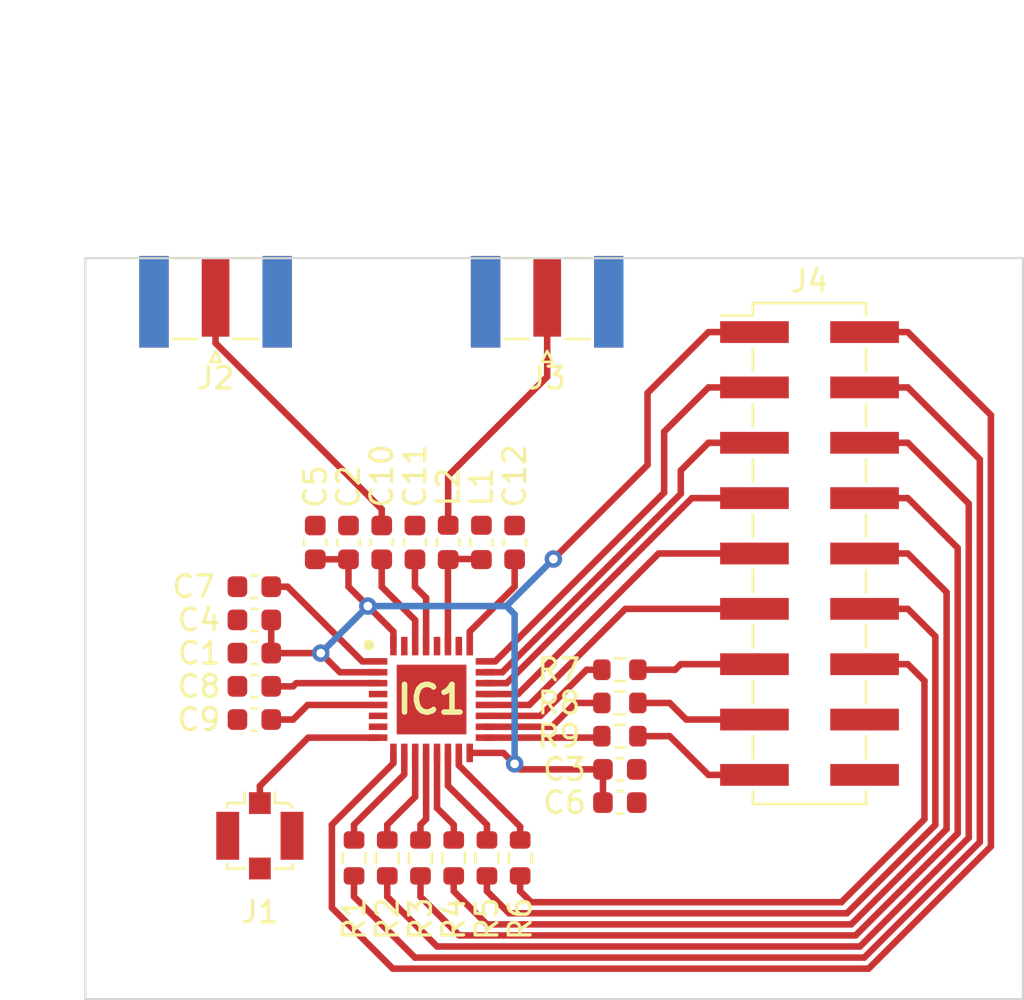
<source format=kicad_pcb>
(kicad_pcb (version 20221018) (generator pcbnew)
  (layers (0 "F.Cu" signal) (31 "B.Cu" signal) (34 "B.Paste" user) (35 "F.Paste" user) (36 "B.SilkS" user "B.Silkscreen") (37 "F.SilkS" user "F.Silkscreen") (38 "B.Mask" user) (39 "F.Mask" user) (44 "Edge.Cuts" user))
  (net 0 "")
  (net 1 "+3V3")
  (net 2 "GND")
  (net 3 "Net-(IC1-VR_PA)")
  (net 4 "Net-(IC1-VR_ANAI)")
  (net 5 "Net-(IC1-VR_DIG)")
  (net 7 "Net-(IC1-RFO_P)")
  (net 8 "Net-(J2-In)")
  (net 9 "Net-(IC1-RFO_N)")
  (net 10 "Net-(IC1-VR_ANA2)")
  (net 11 "EXT_CLK")
  (net 12 "RST")
  (net 13 "Net-(IC1-CK_OUT)")
  (net 14 "Net-(IC1-CK_IN)")
  (net 15 "Net-(IC1-Q_IN)")
  (net 16 "Net-(IC1-I_IN)")
  (net 17 "Net-(IC1-Q_OUT)")
  (net 18 "Net-(IC1-I_OUT)")
  (net 19 "Net-(IC1-SCK)")
  (net 20 "Net-(IC1-MISO)")
  (net 21 "Net-(IC1-MOSI)")
  (net 22 "~{CS}")
  (net 23 "DIO0")
  (net 24 "DIO1")
  (net 25 "DIO2")
  (net 26 "DIO3")
  (net 27 "Net-(IC1-RFI)")
  (net 28 "Net-(J3-In)")
  (net 29 "CK_OUT")
  (net 30 "CK_IN")
  (net 31 "Q_IN")
  (net 32 "I_IN")
  (net 33 "Q_OUT")
  (net 34 "MOSI")
  (net 35 "I_OUT")
  (net 36 "MISO")
  (net 37 "SCK")
  (footprint "Inductor_SMD:L_0603_1608Metric" (layer "F.Cu") (at 151.638 82.042 -90)
    (fp_text reference "L2" (at -2.54 0 90) (layer "F.SilkS"))
    (fp_text value "39n")
    (fp_line (start -0.162779 -0.51) (end 0.162779 -0.51) (stroke (width 0.12)) (layer "F.SilkS"))
    (fp_line (start -0.162779 0.51) (end 0.162779 0.51) (stroke (width 0.12)) (layer "F.SilkS"))
    (pad "1" smd roundrect (at -0.7875 0 270) (size 0.875 0.95) (layers "F.Cu" "F.Paste" "F.Mask") (net 28 "Net-(J3-In)"))
    (pad "2" smd roundrect (at 0.7875 0 270) (size 0.875 0.95) (layers "F.Cu" "F.Paste" "F.Mask") (net 27 "Net-(IC1-RFI)"))
  )
  (footprint "Resistor_SMD:R_0603_1608Metric" (layer "F.Cu") (at 159.512 90.932 180)
    (fp_text reference "R9" (at 2.794 0) (layer "F.SilkS"))
    (fp_text value "100R")
    (fp_line (start -0.237258 -0.5225) (end 0.237258 -0.5225) (stroke (width 0.12)) (layer "F.SilkS"))
    (fp_line (start -0.237258 0.5225) (end 0.237258 0.5225) (stroke (width 0.12)) (layer "F.SilkS"))
    (pad "1" smd roundrect (at -0.825 0 180) (size 0.8 0.95) (layers "F.Cu" "F.Paste" "F.Mask") (net 37 "SCK"))
    (pad "2" smd roundrect (at 0.825 0 180) (size 0.8 0.95) (layers "F.Cu" "F.Paste" "F.Mask") (net 19 "Net-(IC1-SCK)"))
  )
  (footprint "Inductor_SMD:L_0603_1608Metric" (layer "F.Cu") (at 153.162 82.042 -90)
    (fp_text reference "L1" (at -2.54 0 90) (layer "F.SilkS"))
    (fp_text value "82n")
    (fp_line (start -0.162779 -0.51) (end 0.162779 -0.51) (stroke (width 0.12)) (layer "F.SilkS"))
    (fp_line (start -0.162779 0.51) (end 0.162779 0.51) (stroke (width 0.12)) (layer "F.SilkS"))
    (pad "1" smd roundrect (at -0.7875 0 270) (size 0.875 0.95) (layers "F.Cu" "F.Paste" "F.Mask") (net 2 "GND"))
    (pad "2" smd roundrect (at 0.7875 0 270) (size 0.875 0.95) (layers "F.Cu" "F.Paste" "F.Mask") (net 27 "Net-(IC1-RFI)"))
  )
  (footprint "Connector_Coaxial:U.FL_Molex_MCRF_73412-0110_Vertical" (layer "F.Cu") (at 143.002 95.504 180)
    (fp_text reference "J1" (at 0.002 -3.496 180) (layer "F.SilkS"))
    (fp_text value "EXT_CLK_IN")
    (fp_line (start -1.5 -1.5) (end -0.7 -1.5) (stroke (width 0.12)) (layer "F.SilkS"))
    (fp_line (start -1.5 -1.3) (end -1.5 -1.5) (stroke (width 0.12)) (layer "F.SilkS"))
    (fp_line (start -1.3 1.5) (end -1.5 1.3) (stroke (width 0.12)) (layer "F.SilkS"))
    (fp_line (start -0.7 1.5) (end -1.3 1.5) (stroke (width 0.12)) (layer "F.SilkS"))
    (fp_line (start -0.7 1.5) (end -0.7 2) (stroke (width 0.12)) (layer "F.SilkS"))
    (fp_line (start 0.7 -1.5) (end 1.5 -1.5) (stroke (width 0.12)) (layer "F.SilkS"))
    (fp_line (start 0.7 1.5) (end 0.7 2) (stroke (width 0.12)) (layer "F.SilkS"))
    (fp_line (start 1.5 -1.5) (end 1.5 -1.3) (stroke (width 0.12)) (layer "F.SilkS"))
    (fp_line (start 1.5 1.3) (end 1.5 1.5) (stroke (width 0.12)) (layer "F.SilkS"))
    (fp_line (start 1.5 1.5) (end 0.7 1.5) (stroke (width 0.12)) (layer "F.SilkS"))
    (pad "1" smd rect (at 0 1.5 180) (size 1 1) (layers "F.Cu" "F.Paste" "F.Mask") (net 11 "EXT_CLK"))
    (pad "2" smd rect (at -1.475 0 180) (size 1.05 2.2) (layers "F.Cu" "F.Paste" "F.Mask") (net 2 "GND"))
    (pad "2" smd rect (at 0 -1.5 180) (size 1 1) (layers "F.Cu" "F.Paste" "F.Mask") (net 2 "GND"))
    (pad "2" smd rect (at 1.475 0 180) (size 1.05 2.2) (layers "F.Cu" "F.Paste" "F.Mask") (net 2 "GND"))
  )
  (footprint "Capacitor_SMD:C_0603_1608Metric" (layer "F.Cu") (at 142.748 84.074 180)
    (fp_text reference "C7" (at 2.781 0) (layer "F.SilkS"))
    (fp_text value "100n")
    (fp_line (start -0.14058 -0.51) (end 0.14058 -0.51) (stroke (width 0.12)) (layer "F.SilkS"))
    (fp_line (start -0.14058 0.51) (end 0.14058 0.51) (stroke (width 0.12)) (layer "F.SilkS"))
    (pad "1" smd roundrect (at -0.775 0 180) (size 0.9 0.95) (layers "F.Cu" "F.Paste" "F.Mask") (net 3 "Net-(IC1-VR_PA)"))
    (pad "2" smd roundrect (at 0.775 0 180) (size 0.9 0.95) (layers "F.Cu" "F.Paste" "F.Mask") (net 2 "GND"))
  )
  (footprint "Connector_Coaxial:SMA_Samtec_SMA-J-P-X-ST-EM1_EdgeMount" (layer "F.Cu") (at 156.179 71 180)
    (fp_text reference "J3" (at 0 -3.5) (layer "F.SilkS"))
    (fp_text value "RX_SMA")
    (fp_line (start -1.95 -1.71) (end -0.84 -1.71) (stroke (width 0.12)) (layer "F.SilkS"))
    (fp_line (start -1.95 2) (end -0.84 2) (stroke (width 0.12)) (layer "F.SilkS"))
    (fp_line (start -0.25 -2.76) (end 0 -2.26) (stroke (width 0.12)) (layer "F.SilkS"))
    (fp_line (start 0 -2.26) (end 0.25 -2.76) (stroke (width 0.12)) (layer "F.SilkS"))
    (fp_line (start 0.25 -2.76) (end -0.25 -2.76) (stroke (width 0.12)) (layer "F.SilkS"))
    (fp_line (start 0.84 -1.71) (end 1.95 -1.71) (stroke (width 0.12)) (layer "F.SilkS"))
    (fp_line (start 0.84 2) (end 1.95 2) (stroke (width 0.12)) (layer "F.SilkS"))
    (pad "1" smd rect (at 0 0.2 180) (size 1.27 3.6) (layers "F.Cu" "F.Paste" "F.Mask") (net 28 "Net-(J3-In)"))
    (pad "2" smd rect (at -2.825 0 180) (size 1.35 4.2) (layers "F.Cu" "F.Paste" "F.Mask") (net 2 "GND"))
    (pad "2" smd rect (at -2.825 0 180) (size 1.35 4.2) (layers "B.Cu" "B.Paste" "B.Mask") (net 2 "GND"))
    (pad "2" smd rect (at 2.825 0 180) (size 1.35 4.2) (layers "F.Cu" "F.Paste" "F.Mask") (net 2 "GND"))
    (pad "2" smd rect (at 2.825 0 180) (size 1.35 4.2) (layers "B.Cu" "B.Paste" "B.Mask") (net 2 "GND"))
  )
  (footprint "Resistor_SMD:R_0603_1608Metric" (layer "F.Cu") (at 151.892 96.52 -90)
    (fp_text reference "R4" (at 2.794 0 90) (layer "F.SilkS"))
    (fp_text value "100R")
    (fp_line (start -0.237258 -0.5225) (end 0.237258 -0.5225) (stroke (width 0.12)) (layer "F.SilkS"))
    (fp_line (start -0.237258 0.5225) (end 0.237258 0.5225) (stroke (width 0.12)) (layer "F.SilkS"))
    (pad "1" smd roundrect (at -0.825 0 270) (size 0.8 0.95) (layers "F.Cu" "F.Paste" "F.Mask") (net 16 "Net-(IC1-I_IN)"))
    (pad "2" smd roundrect (at 0.825 0 270) (size 0.8 0.95) (layers "F.Cu" "F.Paste" "F.Mask") (net 32 "I_IN"))
  )
  (footprint "Capacitor_SMD:C_0603_1608Metric" (layer "F.Cu") (at 150.114 82.042 90)
    (fp_text reference "C11" (at 3.048 0 90) (layer "F.SilkS"))
    (fp_text value "27p")
    (fp_line (start -0.14058 -0.51) (end 0.14058 -0.51) (stroke (width 0.12)) (layer "F.SilkS"))
    (fp_line (start -0.14058 0.51) (end 0.14058 0.51) (stroke (width 0.12)) (layer "F.SilkS"))
    (pad "1" smd roundrect (at -0.775 0 90) (size 0.9 0.95) (layers "F.Cu" "F.Paste" "F.Mask") (net 9 "Net-(IC1-RFO_N)"))
    (pad "2" smd roundrect (at 0.775 0 90) (size 0.9 0.95) (layers "F.Cu" "F.Paste" "F.Mask") (net 2 "GND"))
  )
  (footprint "Capacitor_SMD:C_0603_1608Metric" (layer "F.Cu") (at 145.542 82.042 90)
    (fp_text reference "C5" (at 2.553 0 90) (layer "F.SilkS"))
    (fp_text value "100n")
    (fp_line (start -0.14058 -0.51) (end 0.14058 -0.51) (stroke (width 0.12)) (layer "F.SilkS"))
    (fp_line (start -0.14058 0.51) (end 0.14058 0.51) (stroke (width 0.12)) (layer "F.SilkS"))
    (pad "1" smd roundrect (at -0.775 0 90) (size 0.9 0.95) (layers "F.Cu" "F.Paste" "F.Mask") (net 1 "+3V3"))
    (pad "2" smd roundrect (at 0.775 0 90) (size 0.9 0.95) (layers "F.Cu" "F.Paste" "F.Mask") (net 2 "GND"))
  )
  (footprint "Resistor_SMD:R_0603_1608Metric" (layer "F.Cu") (at 154.94 96.52 -90)
    (fp_text reference "R6" (at 2.794 0 90) (layer "F.SilkS"))
    (fp_text value "100R")
    (fp_line (start -0.237258 -0.5225) (end 0.237258 -0.5225) (stroke (width 0.12)) (layer "F.SilkS"))
    (fp_line (start -0.237258 0.5225) (end 0.237258 0.5225) (stroke (width 0.12)) (layer "F.SilkS"))
    (pad "1" smd roundrect (at -0.825 0 270) (size 0.8 0.95) (layers "F.Cu" "F.Paste" "F.Mask") (net 18 "Net-(IC1-I_OUT)"))
    (pad "2" smd roundrect (at 0.825 0 270) (size 0.8 0.95) (layers "F.Cu" "F.Paste" "F.Mask") (net 35 "I_OUT"))
  )
  (footprint "Capacitor_SMD:C_0603_1608Metric" (layer "F.Cu") (at 159.512 92.456)
    (fp_text reference "C3" (at -2.54 0) (layer "F.SilkS"))
    (fp_text value "10n")
    (fp_line (start -0.14058 -0.51) (end 0.14058 -0.51) (stroke (width 0.12)) (layer "F.SilkS"))
    (fp_line (start -0.14058 0.51) (end 0.14058 0.51) (stroke (width 0.12)) (layer "F.SilkS"))
    (pad "1" smd roundrect (at -0.775 0) (size 0.9 0.95) (layers "F.Cu" "F.Paste" "F.Mask") (net 1 "+3V3"))
    (pad "2" smd roundrect (at 0.775 0) (size 0.9 0.95) (layers "F.Cu" "F.Paste" "F.Mask") (net 2 "GND"))
  )
  (footprint "Resistor_SMD:R_0603_1608Metric" (layer "F.Cu") (at 159.512 89.408 180)
    (fp_text reference "R8" (at 2.794 0) (layer "F.SilkS"))
    (fp_text value "100R")
    (fp_line (start -0.237258 -0.5225) (end 0.237258 -0.5225) (stroke (width 0.12)) (layer "F.SilkS"))
    (fp_line (start -0.237258 0.5225) (end 0.237258 0.5225) (stroke (width 0.12)) (layer "F.SilkS"))
    (pad "1" smd roundrect (at -0.825 0 180) (size 0.8 0.95) (layers "F.Cu" "F.Paste" "F.Mask") (net 36 "MISO"))
    (pad "2" smd roundrect (at 0.825 0 180) (size 0.8 0.95) (layers "F.Cu" "F.Paste" "F.Mask") (net 20 "Net-(IC1-MISO)"))
  )
  (footprint "Capacitor_SMD:C_0603_1608Metric" (layer "F.Cu") (at 147.066 82.042 90)
    (fp_text reference "C2" (at 2.553 0 90) (layer "F.SilkS"))
    (fp_text value "10n")
    (fp_line (start -0.14058 -0.51) (end 0.14058 -0.51) (stroke (width 0.12)) (layer "F.SilkS"))
    (fp_line (start -0.14058 0.51) (end 0.14058 0.51) (stroke (width 0.12)) (layer "F.SilkS"))
    (pad "1" smd roundrect (at -0.775 0 90) (size 0.9 0.95) (layers "F.Cu" "F.Paste" "F.Mask") (net 1 "+3V3"))
    (pad "2" smd roundrect (at 0.775 0 90) (size 0.9 0.95) (layers "F.Cu" "F.Paste" "F.Mask") (net 2 "GND"))
  )
  (footprint "Parts:QFN50P500X500X80-33N-D" (layer "F.Cu") (at 150.876 89.25)
    (fp_text reference "IC1" (at 0 0) (layer "F.SilkS") (effects (font (size 1.27 1.27) (thickness 0.254))))
    (fp_text value "SX1255" hide)
    (fp_circle (center -2.875 -2.5) (end -2.875 -2.375) (stroke (width 0.25)) (fill none) (layer "F.SilkS"))
    (pad "1" smd rect (at -2.45 -1.75 90) (size 0.3 0.85) (layers "F.Cu" "F.Paste" "F.Mask") (net 3 "Net-(IC1-VR_PA)"))
    (pad "2" smd rect (at -2.45 -1.25 90) (size 0.3 0.85) (layers "F.Cu" "F.Paste" "F.Mask") (net 1 "+3V3"))
    (pad "3" smd rect (at -2.45 -0.75 90) (size 0.3 0.85) (layers "F.Cu" "F.Paste" "F.Mask") (net 4 "Net-(IC1-VR_ANAI)"))
    (pad "4" smd rect (at -2.45 -0.25 90) (size 0.3 0.85) (layers "F.Cu" "F.Paste" "F.Mask") (net 2 "GND"))
    (pad "5" smd rect (at -2.45 0.25 90) (size 0.3 0.85) (layers "F.Cu" "F.Paste" "F.Mask") (net 5 "Net-(IC1-VR_DIG)"))
    (pad "6" smd rect (at -2.45 0.75 90) (size 0.3 0.85) (layers "F.Cu" "F.Paste" "F.Mask"))
    (pad "7" smd rect (at -2.45 1.25 90) (size 0.3 0.85) (layers "F.Cu" "F.Paste" "F.Mask") (net 2 "GND"))
    (pad "8" smd rect (at -2.45 1.75 90) (size 0.3 0.85) (layers "F.Cu" "F.Paste" "F.Mask") (net 11 "EXT_CLK"))
    (pad "9" smd rect (at -1.75 2.45) (size 0.3 0.85) (layers "F.Cu" "F.Paste" "F.Mask") (net 12 "RST"))
    (pad "10" smd rect (at -1.25 2.45) (size 0.3 0.85) (layers "F.Cu" "F.Paste" "F.Mask") (net 13 "Net-(IC1-CK_OUT)"))
    (pad "11" smd rect (at -0.75 2.45) (size 0.3 0.85) (layers "F.Cu" "F.Paste" "F.Mask") (net 14 "Net-(IC1-CK_IN)"))
    (pad "12" smd rect (at -0.25 2.45) (size 0.3 0.85) (layers "F.Cu" "F.Paste" "F.Mask") (net 15 "Net-(IC1-Q_IN)"))
    (pad "13" smd rect (at 0.25 2.45) (size 0.3 0.85) (layers "F.Cu" "F.Paste" "F.Mask") (net 16 "Net-(IC1-I_IN)"))
    (pad "14" smd rect (at 0.75 2.45) (size 0.3 0.85) (layers "F.Cu" "F.Paste" "F.Mask") (net 17 "Net-(IC1-Q_OUT)"))
    (pad "15" smd rect (at 1.25 2.45) (size 0.3 0.85) (layers "F.Cu" "F.Paste" "F.Mask") (net 18 "Net-(IC1-I_OUT)"))
    (pad "16" smd rect (at 1.75 2.45) (size 0.3 0.85) (layers "F.Cu" "F.Paste" "F.Mask") (net 1 "+3V3"))
    (pad "17" smd rect (at 2.45 1.75 90) (size 0.3 0.85) (layers "F.Cu" "F.Paste" "F.Mask") (net 19 "Net-(IC1-SCK)"))
    (pad "18" smd rect (at 2.45 1.25 90) (size 0.3 0.85) (layers "F.Cu" "F.Paste" "F.Mask") (net 20 "Net-(IC1-MISO)"))
    (pad "19" smd rect (at 2.45 0.75 90) (size 0.3 0.85) (layers "F.Cu" "F.Paste" "F.Mask") (net 21 "Net-(IC1-MOSI)"))
    (pad "20" smd rect (at 2.45 0.25 90) (size 0.3 0.85) (layers "F.Cu" "F.Paste" "F.Mask") (net 22 "~{CS}"))
    (pad "21" smd rect (at 2.45 -0.25 90) (size 0.3 0.85) (layers "F.Cu" "F.Paste" "F.Mask") (net 23 "DIO0"))
    (pad "22" smd rect (at 2.45 -0.75 90) (size 0.3 0.85) (layers "F.Cu" "F.Paste" "F.Mask") (net 24 "DIO1"))
    (pad "23" smd rect (at 2.45 -1.25 90) (size 0.3 0.85) (layers "F.Cu" "F.Paste" "F.Mask") (net 25 "DIO2"))
    (pad "24" smd rect (at 2.45 -1.75 90) (size 0.3 0.85) (layers "F.Cu" "F.Paste" "F.Mask") (net 26 "DIO3"))
    (pad "25" smd rect (at 1.75 -2.45) (size 0.3 0.85) (layers "F.Cu" "F.Paste" "F.Mask") (net 10 "Net-(IC1-VR_ANA2)"))
    (pad "26" smd rect (at 1.25 -2.45) (size 0.3 0.85) (layers "F.Cu" "F.Paste" "F.Mask") (net 2 "GND"))
    (pad "27" smd rect (at 0.75 -2.45) (size 0.3 0.85) (layers "F.Cu" "F.Paste" "F.Mask") (net 27 "Net-(IC1-RFI)"))
    (pad "28" smd rect (at 0.25 -2.45) (size 0.3 0.85) (layers "F.Cu" "F.Paste" "F.Mask") (net 2 "GND"))
    (pad "29" smd rect (at -0.25 -2.45) (size 0.3 0.85) (layers "F.Cu" "F.Paste" "F.Mask") (net 9 "Net-(IC1-RFO_N)"))
    (pad "30" smd rect (at -0.75 -2.45) (size 0.3 0.85) (layers "F.Cu" "F.Paste" "F.Mask") (net 7 "Net-(IC1-RFO_P)"))
    (pad "31" smd rect (at -1.25 -2.45) (size 0.3 0.85) (layers "F.Cu" "F.Paste" "F.Mask") (net 2 "GND"))
    (pad "32" smd rect (at -1.75 -2.45) (size 0.3 0.85) (layers "F.Cu" "F.Paste" "F.Mask") (net 1 "+3V3"))
    (pad "33" smd rect (at 0 0) (size 3.2 3.2) (layers "F.Cu" "F.Paste" "F.Mask") (net 2 "GND"))
  )
  (footprint "Resistor_SMD:R_0603_1608Metric" (layer "F.Cu") (at 148.844 96.52 -90)
    (fp_text reference "R2" (at 2.794 0 90) (layer "F.SilkS"))
    (fp_text value "100R")
    (fp_line (start -0.237258 -0.5225) (end 0.237258 -0.5225) (stroke (width 0.12)) (layer "F.SilkS"))
    (fp_line (start -0.237258 0.5225) (end 0.237258 0.5225) (stroke (width 0.12)) (layer "F.SilkS"))
    (pad "1" smd roundrect (at -0.825 0 270) (size 0.8 0.95) (layers "F.Cu" "F.Paste" "F.Mask") (net 14 "Net-(IC1-CK_IN)"))
    (pad "2" smd roundrect (at 0.825 0 270) (size 0.8 0.95) (layers "F.Cu" "F.Paste" "F.Mask") (net 30 "CK_IN"))
  )
  (footprint "Resistor_SMD:R_0603_1608Metric" (layer "F.Cu") (at 147.32 96.52 -90)
    (fp_text reference "R1" (at 2.794 0 90) (layer "F.SilkS"))
    (fp_text value "100R")
    (fp_line (start -0.237258 -0.5225) (end 0.237258 -0.5225) (stroke (width 0.12)) (layer "F.SilkS"))
    (fp_line (start -0.237258 0.5225) (end 0.237258 0.5225) (stroke (width 0.12)) (layer "F.SilkS"))
    (pad "1" smd roundrect (at -0.825 0 270) (size 0.8 0.95) (layers "F.Cu" "F.Paste" "F.Mask") (net 13 "Net-(IC1-CK_OUT)"))
    (pad "2" smd roundrect (at 0.825 0 270) (size 0.8 0.95) (layers "F.Cu" "F.Paste" "F.Mask") (net 29 "CK_OUT"))
  )
  (footprint "Capacitor_SMD:C_0603_1608Metric" (layer "F.Cu") (at 148.59 82.042 90)
    (fp_text reference "C10" (at 3.048 0 90) (layer "F.SilkS"))
    (fp_text value "33p")
    (fp_line (start -0.14058 -0.51) (end 0.14058 -0.51) (stroke (width 0.12)) (layer "F.SilkS"))
    (fp_line (start -0.14058 0.51) (end 0.14058 0.51) (stroke (width 0.12)) (layer "F.SilkS"))
    (pad "1" smd roundrect (at -0.775 0 90) (size 0.9 0.95) (layers "F.Cu" "F.Paste" "F.Mask") (net 7 "Net-(IC1-RFO_P)"))
    (pad "2" smd roundrect (at 0.775 0 90) (size 0.9 0.95) (layers "F.Cu" "F.Paste" "F.Mask") (net 8 "Net-(J2-In)"))
  )
  (footprint "Capacitor_SMD:C_0603_1608Metric" (layer "F.Cu") (at 142.748 88.646 180)
    (fp_text reference "C8" (at 2.54 0) (layer "F.SilkS"))
    (fp_text value "100n")
    (fp_line (start -0.14058 -0.51) (end 0.14058 -0.51) (stroke (width 0.12)) (layer "F.SilkS"))
    (fp_line (start -0.14058 0.51) (end 0.14058 0.51) (stroke (width 0.12)) (layer "F.SilkS"))
    (pad "1" smd roundrect (at -0.775 0 180) (size 0.9 0.95) (layers "F.Cu" "F.Paste" "F.Mask") (net 4 "Net-(IC1-VR_ANAI)"))
    (pad "2" smd roundrect (at 0.775 0 180) (size 0.9 0.95) (layers "F.Cu" "F.Paste" "F.Mask") (net 2 "GND"))
  )
  (footprint "Capacitor_SMD:C_0603_1608Metric" (layer "F.Cu") (at 142.748 87.122 180)
    (fp_text reference "C1" (at 2.527 0) (layer "F.SilkS"))
    (fp_text value "10n")
    (fp_line (start -0.14058 -0.51) (end 0.14058 -0.51) (stroke (width 0.12)) (layer "F.SilkS"))
    (fp_line (start -0.14058 0.51) (end 0.14058 0.51) (stroke (width 0.12)) (layer "F.SilkS"))
    (pad "1" smd roundrect (at -0.775 0 180) (size 0.9 0.95) (layers "F.Cu" "F.Paste" "F.Mask") (net 1 "+3V3"))
    (pad "2" smd roundrect (at 0.775 0 180) (size 0.9 0.95) (layers "F.Cu" "F.Paste" "F.Mask") (net 2 "GND"))
  )
  (footprint "Connector_PinHeader_2.54mm:PinHeader_2x09_P2.54mm_Vertical_SMD" (layer "F.Cu") (at 168.211 82.55)
    (fp_text reference "J4" (at 0 -12.49) (layer "F.SilkS"))
    (fp_text value "CONN")
    (fp_line (start -4.04 -10.92) (end -2.6 -10.92) (stroke (width 0.12)) (layer "F.SilkS"))
    (fp_line (start -2.6 -11.49) (end -2.6 -10.92) (stroke (width 0.12)) (layer "F.SilkS"))
    (fp_line (start -2.6 -11.49) (end 2.6 -11.49) (stroke (width 0.12)) (layer "F.SilkS"))
    (fp_line (start -2.6 -9.4) (end -2.6 -8.38) (stroke (width 0.12)) (layer "F.SilkS"))
    (fp_line (start -2.6 -6.86) (end -2.6 -5.84) (stroke (width 0.12)) (layer "F.SilkS"))
    (fp_line (start -2.6 -4.32) (end -2.6 -3.3) (stroke (width 0.12)) (layer "F.SilkS"))
    (fp_line (start -2.6 -1.78) (end -2.6 -0.76) (stroke (width 0.12)) (layer "F.SilkS"))
    (fp_line (start -2.6 0.76) (end -2.6 1.78) (stroke (width 0.12)) (layer "F.SilkS"))
    (fp_line (start -2.6 3.3) (end -2.6 4.32) (stroke (width 0.12)) (layer "F.SilkS"))
    (fp_line (start -2.6 5.84) (end -2.6 6.86) (stroke (width 0.12)) (layer "F.SilkS"))
    (fp_line (start -2.6 8.38) (end -2.6 9.4) (stroke (width 0.12)) (layer "F.SilkS"))
    (fp_line (start -2.6 10.92) (end -2.6 11.49) (stroke (width 0.12)) (layer "F.SilkS"))
    (fp_line (start -2.6 11.49) (end 2.6 11.49) (stroke (width 0.12)) (layer "F.SilkS"))
    (fp_line (start 2.6 -11.49) (end 2.6 -10.92) (stroke (width 0.12)) (layer "F.SilkS"))
    (fp_line (start 2.6 -9.4) (end 2.6 -8.38) (stroke (width 0.12)) (layer "F.SilkS"))
    (fp_line (start 2.6 -6.86) (end 2.6 -5.84) (stroke (width 0.12)) (layer "F.SilkS"))
    (fp_line (start 2.6 -4.32) (end 2.6 -3.3) (stroke (width 0.12)) (layer "F.SilkS"))
    (fp_line (start 2.6 -1.78) (end 2.6 -0.76) (stroke (width 0.12)) (layer "F.SilkS"))
    (fp_line (start 2.6 0.76) (end 2.6 1.78) (stroke (width 0.12)) (layer "F.SilkS"))
    (fp_line (start 2.6 3.3) (end 2.6 4.32) (stroke (width 0.12)) (layer "F.SilkS"))
    (fp_line (start 2.6 5.84) (end 2.6 6.86) (stroke (width 0.12)) (layer "F.SilkS"))
    (fp_line (start 2.6 8.38) (end 2.6 9.4) (stroke (width 0.12)) (layer "F.SilkS"))
    (fp_line (start 2.6 10.92) (end 2.6 11.49) (stroke (width 0.12)) (layer "F.SilkS"))
    (pad "1" smd rect (at -2.525 -10.16) (size 3.15 1) (layers "F.Cu" "F.Paste" "F.Mask") (net 1 "+3V3"))
    (pad "2" smd rect (at 2.525 -10.16) (size 3.15 1) (layers "F.Cu" "F.Paste" "F.Mask") (net 12 "RST"))
    (pad "3" smd rect (at -2.525 -7.62) (size 3.15 1) (layers "F.Cu" "F.Paste" "F.Mask") (net 26 "DIO3"))
    (pad "4" smd rect (at 2.525 -7.62) (size 3.15 1) (layers "F.Cu" "F.Paste" "F.Mask") (net 29 "CK_OUT"))
    (pad "5" smd rect (at -2.525 -5.08) (size 3.15 1) (layers "F.Cu" "F.Paste" "F.Mask") (net 25 "DIO2"))
    (pad "6" smd rect (at 2.525 -5.08) (size 3.15 1) (layers "F.Cu" "F.Paste" "F.Mask") (net 30 "CK_IN"))
    (pad "7" smd rect (at -2.525 -2.54) (size 3.15 1) (layers "F.Cu" "F.Paste" "F.Mask") (net 24 "DIO1"))
    (pad "8" smd rect (at 2.525 -2.54) (size 3.15 1) (layers "F.Cu" "F.Paste" "F.Mask") (net 31 "Q_IN"))
    (pad "9" smd rect (at -2.525 0) (size 3.15 1) (layers "F.Cu" "F.Paste" "F.Mask") (net 23 "DIO0"))
    (pad "10" smd rect (at 2.525 0) (size 3.15 1) (layers "F.Cu" "F.Paste" "F.Mask") (net 32 "I_IN"))
    (pad "11" smd rect (at -2.525 2.54) (size 3.15 1) (layers "F.Cu" "F.Paste" "F.Mask") (net 22 "~{CS}"))
    (pad "12" smd rect (at 2.525 2.54) (size 3.15 1) (layers "F.Cu" "F.Paste" "F.Mask") (net 33 "Q_OUT"))
    (pad "13" smd rect (at -2.525 5.08) (size 3.15 1) (layers "F.Cu" "F.Paste" "F.Mask") (net 34 "MOSI"))
    (pad "14" smd rect (at 2.525 5.08) (size 3.15 1) (layers "F.Cu" "F.Paste" "F.Mask") (net 35 "I_OUT"))
    (pad "15" smd rect (at -2.525 7.62) (size 3.15 1) (layers "F.Cu" "F.Paste" "F.Mask") (net 36 "MISO"))
    (pad "16" smd rect (at 2.525 7.62) (size 3.15 1) (layers "F.Cu" "F.Paste" "F.Mask") (net 2 "GND"))
    (pad "17" smd rect (at -2.525 10.16) (size 3.15 1) (layers "F.Cu" "F.Paste" "F.Mask") (net 37 "SCK"))
    (pad "18" smd rect (at 2.525 10.16) (size 3.15 1) (layers "F.Cu" "F.Paste" "F.Mask") (net 2 "GND"))
  )
  (footprint "Capacitor_SMD:C_0603_1608Metric" (layer "F.Cu") (at 154.686 82.042 90)
    (fp_text reference "C12" (at 3.048 0 90) (layer "F.SilkS"))
    (fp_text value "100n")
    (fp_line (start -0.14058 -0.51) (end 0.14058 -0.51) (stroke (width 0.12)) (layer "F.SilkS"))
    (fp_line (start -0.14058 0.51) (end 0.14058 0.51) (stroke (width 0.12)) (layer "F.SilkS"))
    (pad "1" smd roundrect (at -0.775 0 90) (size 0.9 0.95) (layers "F.Cu" "F.Paste" "F.Mask") (net 10 "Net-(IC1-VR_ANA2)"))
    (pad "2" smd roundrect (at 0.775 0 90) (size 0.9 0.95) (layers "F.Cu" "F.Paste" "F.Mask") (net 2 "GND"))
  )
  (footprint "Capacitor_SMD:C_0603_1608Metric" (layer "F.Cu") (at 142.748 85.598 180)
    (fp_text reference "C4" (at 2.54 0) (layer "F.SilkS"))
    (fp_text value "100n")
    (fp_line (start -0.14058 -0.51) (end 0.14058 -0.51) (stroke (width 0.12)) (layer "F.SilkS"))
    (fp_line (start -0.14058 0.51) (end 0.14058 0.51) (stroke (width 0.12)) (layer "F.SilkS"))
    (pad "1" smd roundrect (at -0.775 0 180) (size 0.9 0.95) (layers "F.Cu" "F.Paste" "F.Mask") (net 1 "+3V3"))
    (pad "2" smd roundrect (at 0.775 0 180) (size 0.9 0.95) (layers "F.Cu" "F.Paste" "F.Mask") (net 2 "GND"))
  )
  (footprint "Resistor_SMD:R_0603_1608Metric" (layer "F.Cu") (at 150.368 96.52 -90)
    (fp_text reference "R3" (at 2.794 0 90) (layer "F.SilkS"))
    (fp_text value "100R")
    (fp_line (start -0.237258 -0.5225) (end 0.237258 -0.5225) (stroke (width 0.12)) (layer "F.SilkS"))
    (fp_line (start -0.237258 0.5225) (end 0.237258 0.5225) (stroke (width 0.12)) (layer "F.SilkS"))
    (pad "1" smd roundrect (at -0.825 0 270) (size 0.8 0.95) (layers "F.Cu" "F.Paste" "F.Mask") (net 15 "Net-(IC1-Q_IN)"))
    (pad "2" smd roundrect (at 0.825 0 270) (size 0.8 0.95) (layers "F.Cu" "F.Paste" "F.Mask") (net 31 "Q_IN"))
  )
  (footprint "Resistor_SMD:R_0603_1608Metric" (layer "F.Cu") (at 159.512 87.884 180)
    (fp_text reference "R7" (at 2.794 0) (layer "F.SilkS"))
    (fp_text value "100R")
    (fp_line (start -0.237258 -0.5225) (end 0.237258 -0.5225) (stroke (width 0.12)) (layer "F.SilkS"))
    (fp_line (start -0.237258 0.5225) (end 0.237258 0.5225) (stroke (width 0.12)) (layer "F.SilkS"))
    (pad "1" smd roundrect (at -0.825 0 180) (size 0.8 0.95) (layers "F.Cu" "F.Paste" "F.Mask") (net 34 "MOSI"))
    (pad "2" smd roundrect (at 0.825 0 180) (size 0.8 0.95) (layers "F.Cu" "F.Paste" "F.Mask") (net 21 "Net-(IC1-MOSI)"))
  )
  (footprint "Capacitor_SMD:C_0603_1608Metric" (layer "F.Cu") (at 159.512 93.98)
    (fp_text reference "C6" (at -2.54 0) (layer "F.SilkS"))
    (fp_text value "100n")
    (fp_line (start -0.14058 -0.51) (end 0.14058 -0.51) (stroke (width 0.12)) (layer "F.SilkS"))
    (fp_line (start -0.14058 0.51) (end 0.14058 0.51) (stroke (width 0.12)) (layer "F.SilkS"))
    (pad "1" smd roundrect (at -0.775 0) (size 0.9 0.95) (layers "F.Cu" "F.Paste" "F.Mask") (net 1 "+3V3"))
    (pad "2" smd roundrect (at 0.775 0) (size 0.9 0.95) (layers "F.Cu" "F.Paste" "F.Mask") (net 2 "GND"))
  )
  (footprint "Resistor_SMD:R_0603_1608Metric" (layer "F.Cu") (at 153.416 96.52 -90)
    (fp_text reference "R5" (at 2.794 0 90) (layer "F.SilkS"))
    (fp_text value "100R")
    (fp_line (start -0.237258 -0.5225) (end 0.237258 -0.5225) (stroke (width 0.12)) (layer "F.SilkS"))
    (fp_line (start -0.237258 0.5225) (end 0.237258 0.5225) (stroke (width 0.12)) (layer "F.SilkS"))
    (pad "1" smd roundrect (at -0.825 0 270) (size 0.8 0.95) (layers "F.Cu" "F.Paste" "F.Mask") (net 17 "Net-(IC1-Q_OUT)"))
    (pad "2" smd roundrect (at 0.825 0 270) (size 0.8 0.95) (layers "F.Cu" "F.Paste" "F.Mask") (net 33 "Q_OUT"))
  )
  (footprint "Capacitor_SMD:C_0603_1608Metric" (layer "F.Cu") (at 142.748 90.17 180)
    (fp_text reference "C9" (at 2.54 0) (layer "F.SilkS"))
    (fp_text value "100n")
    (fp_line (start -0.14058 -0.51) (end 0.14058 -0.51) (stroke (width 0.12)) (layer "F.SilkS"))
    (fp_line (start -0.14058 0.51) (end 0.14058 0.51) (stroke (width 0.12)) (layer "F.SilkS"))
    (pad "1" smd roundrect (at -0.775 0 180) (size 0.9 0.95) (layers "F.Cu" "F.Paste" "F.Mask") (net 5 "Net-(IC1-VR_DIG)"))
    (pad "2" smd roundrect (at 0.775 0 180) (size 0.9 0.95) (layers "F.Cu" "F.Paste" "F.Mask") (net 2 "GND"))
  )
  (footprint "Connector_Coaxial:SMA_Samtec_SMA-J-P-X-ST-EM1_EdgeMount" (layer "F.Cu") (at 140.97 71 180)
    (fp_text reference "J2" (at 0 -3.5) (layer "F.SilkS"))
    (fp_text value "TX_SMA")
    (fp_line (start -1.95 -1.71) (end -0.84 -1.71) (stroke (width 0.12)) (layer "F.SilkS"))
    (fp_line (start -1.95 2) (end -0.84 2) (stroke (width 0.12)) (layer "F.SilkS"))
    (fp_line (start -0.25 -2.76) (end 0 -2.26) (stroke (width 0.12)) (layer "F.SilkS"))
    (fp_line (start 0 -2.26) (end 0.25 -2.76) (stroke (width 0.12)) (layer "F.SilkS"))
    (fp_line (start 0.25 -2.76) (end -0.25 -2.76) (stroke (width 0.12)) (layer "F.SilkS"))
    (fp_line (start 0.84 -1.71) (end 1.95 -1.71) (stroke (width 0.12)) (layer "F.SilkS"))
    (fp_line (start 0.84 2) (end 1.95 2) (stroke (width 0.12)) (layer "F.SilkS"))
    (pad "1" smd rect (at 0 0.2 180) (size 1.27 3.6) (layers "F.Cu" "F.Paste" "F.Mask") (net 8 "Net-(J2-In)"))
    (pad "2" smd rect (at -2.825 0 180) (size 1.35 4.2) (layers "F.Cu" "F.Paste" "F.Mask") (net 2 "GND"))
    (pad "2" smd rect (at -2.825 0 180) (size 1.35 4.2) (layers "B.Cu" "B.Paste" "B.Mask") (net 2 "GND"))
    (pad "2" smd rect (at 2.825 0 180) (size 1.35 4.2) (layers "F.Cu" "F.Paste" "F.Mask") (net 2 "GND"))
    (pad "2" smd rect (at 2.825 0 180) (size 1.35 4.2) (layers "B.Cu" "B.Paste" "B.Mask") (net 2 "GND"))
  )
  (gr_line (start 135 103) (end 178 103) (stroke (width 0.1)) (layer "Edge.Cuts"))
  (gr_line (start 178 103) (end 178 69) (stroke (width 0.1)) (layer "Edge.Cuts"))
  (gr_line (start 178 69) (end 135 69) (stroke (width 0.1)) (layer "Edge.Cuts"))
  (gr_line (start 135 69) (end 135 103) (stroke (width 0.1)) (layer "Edge.Cuts"))
  (segment (start 147.066 82.817) (end 147.066 84.074) (width 0.3) (layer "F.Cu") (net 1))
  (segment (start 145.796 87.122) (end 143.523 87.122) (width 0.3) (layer "F.Cu") (net 1))
  (segment (start 154.686 92.202) (end 154.686 92.214) (width 0.3) (layer "F.Cu") (net 1))
  (segment (start 154.172 91.7) (end 154.674 92.202) (width 0.3) (layer "F.Cu") (net 1))
  (segment (start 152.626 91.7) (end 154.172 91.7) (width 0.3) (layer "F.Cu") (net 1))
  (segment (start 160.782 78.486) (end 160.782 75.184) (width 0.3) (layer "F.Cu") (net 1))
  (segment (start 160.782 75.184) (end 163.576 72.39) (width 0.3) (layer "F.Cu") (net 1))
  (segment (start 154.94 92.456) (end 158.737 92.456) (width 0.3) (layer "F.Cu") (net 1))
  (segment (start 145.542 82.817) (end 147.066 82.817) (width 0.3) (layer "F.Cu") (net 1))
  (segment (start 158.737 93.98) (end 158.737 92.456) (width 0.3) (layer "F.Cu") (net 1))
  (segment (start 143.523 85.598) (end 143.523 87.122) (width 0.3) (layer "F.Cu") (net 1))
  (segment (start 156.464 82.804) (end 160.782 78.486) (width 0.3) (layer "F.Cu") (net 1))
  (segment (start 154.674 92.202) (end 154.686 92.202) (width 0.3) (layer "F.Cu") (net 1))
  (segment (start 146.674 88) (end 148.426 88) (width 0.3) (layer "F.Cu") (net 1))
  (segment (start 147.066 84.074) (end 147.955 84.963) (width 0.3) (layer "F.Cu") (net 1))
  (segment (start 147.955 84.963) (end 149.126 86.134) (width 0.3) (layer "F.Cu") (net 1))
  (segment (start 154.686 92.202) (end 154.94 92.456) (width 0.3) (layer "F.Cu") (net 1))
  (segment (start 149.126 86.134) (end 149.126 86.8) (width 0.3) (layer "F.Cu") (net 1))
  (segment (start 163.576 72.39) (end 165.686 72.39) (width 0.3) (layer "F.Cu") (net 1))
  (segment (start 145.796 87.122) (end 146.674 88) (width 0.3) (layer "F.Cu") (net 1))
  (via (at 145.796 87.122) (size 0.8) (drill 0.4) (layers "F.Cu" "B.Cu") (net 1))
  (via (at 147.955 84.963) (size 0.8) (drill 0.4) (layers "F.Cu" "B.Cu") (net 1))
  (via (at 154.686 92.202) (size 0.8) (drill 0.4) (layers "F.Cu" "B.Cu") (net 1))
  (via (at 156.464 82.804) (size 0.8) (drill 0.4) (layers "F.Cu" "B.Cu") (net 1))
  (segment (start 154.305 84.963) (end 156.464 82.804) (width 0.3) (layer "B.Cu") (net 1))
  (segment (start 145.796 87.122) (end 147.955 84.963) (width 0.3) (layer "B.Cu") (net 1))
  (segment (start 154.686 85.344) (end 154.305 84.963) (width 0.3) (layer "B.Cu") (net 1))
  (segment (start 147.955 84.963) (end 154.305 84.963) (width 0.3) (layer "B.Cu") (net 1))
  (segment (start 154.686 92.202) (end 154.686 85.344) (width 0.3) (layer "B.Cu") (net 1))
  (segment (start 147.698 87.5) (end 148.426 87.5) (width 0.3) (layer "F.Cu") (net 3))
  (segment (start 144.272 84.074) (end 147.698 87.5) (width 0.3) (layer "F.Cu") (net 3))
  (segment (start 143.523 84.074) (end 144.272 84.074) (width 0.3) (layer "F.Cu") (net 3))
  (segment (start 144.526 88.646) (end 144.672 88.5) (width 0.3) (layer "F.Cu") (net 4))
  (segment (start 144.672 88.5) (end 148.426 88.5) (width 0.3) (layer "F.Cu") (net 4))
  (segment (start 143.523 88.646) (end 144.526 88.646) (width 0.3) (layer "F.Cu") (net 4))
  (segment (start 143.523 90.17) (end 144.526 90.17) (width 0.3) (layer "F.Cu") (net 5))
  (segment (start 145.196 89.5) (end 148.426 89.5) (width 0.3) (layer "F.Cu") (net 5))
  (segment (start 144.526 90.17) (end 145.196 89.5) (width 0.3) (layer "F.Cu") (net 5))
  (segment (start 150.126 85.61) (end 150.126 86.8) (width 0.3) (layer "F.Cu") (net 7))
  (segment (start 148.59 84.074) (end 150.126 85.61) (width 0.3) (layer "F.Cu") (net 7))
  (segment (start 148.59 82.7915) (end 148.59 84.074) (width 0.3) (layer "F.Cu") (net 7))
  (segment (start 140.97 72.898) (end 148.59 80.518) (width 0.3) (layer "F.Cu") (net 8))
  (segment (start 148.59 80.518) (end 148.59 81.267) (width 0.3) (layer "F.Cu") (net 8))
  (segment (start 140.97 70.8) (end 140.97 72.898) (width 0.3) (layer "F.Cu") (net 8))
  (segment (start 150.114 84.074) (end 150.626 84.586) (width 0.3) (layer "F.Cu") (net 9))
  (segment (start 150.114 82.7915) (end 150.114 84.074) (width 0.3) (layer "F.Cu") (net 9))
  (segment (start 150.626 84.586) (end 150.626 86.8) (width 0.3) (layer "F.Cu") (net 9))
  (segment (start 152.626 86.134) (end 152.626 86.8) (width 0.3) (layer "F.Cu") (net 10))
  (segment (start 154.686 84.074) (end 152.626 86.134) (width 0.3) (layer "F.Cu") (net 10))
  (segment (start 154.686 82.7915) (end 154.686 84.074) (width 0.3) (layer "F.Cu") (net 10))
  (segment (start 148.426 91) (end 145.22 91) (width 0.3) (layer "F.Cu") (net 11))
  (segment (start 145.22 91) (end 143.002 93.218) (width 0.3) (layer "F.Cu") (net 11))
  (segment (start 143.002 93.218) (end 143.002 94.004) (width 0.3) (layer "F.Cu") (net 11))
  (segment (start 172.72 72.39) (end 170.736 72.39) (width 0.3) (layer "F.Cu") (net 12))
  (segment (start 170.92153 101.6) (end 176.53 95.99153) (width 0.3) (layer "F.Cu") (net 12))
  (segment (start 146.304 94.996) (end 146.304 98.806) (width 0.3) (layer "F.Cu") (net 12))
  (segment (start 149.098 101.6) (end 170.92153 101.6) (width 0.3) (layer "F.Cu") (net 12))
  (segment (start 176.53 76.2) (end 172.72 72.39) (width 0.3) (layer "F.Cu") (net 12))
  (segment (start 149.126 91.7) (end 149.126 92.174) (width 0.3) (layer "F.Cu") (net 12))
  (segment (start 176.53 95.99153) (end 176.53 76.2) (width 0.3) (layer "F.Cu") (net 12))
  (segment (start 149.126 92.174) (end 146.304 94.996) (width 0.3) (layer "F.Cu") (net 12))
  (segment (start 146.304 98.806) (end 149.098 101.6) (width 0.3) (layer "F.Cu") (net 12))
  (segment (start 147.32 94.996) (end 149.626 92.69) (width 0.3) (layer "F.Cu") (net 13))
  (segment (start 147.32 94.996) (end 147.32 95.695) (width 0.3) (layer "F.Cu") (net 13))
  (segment (start 149.626 92.69) (end 149.626 91.7) (width 0.3) (layer "F.Cu") (net 13))
  (segment (start 150.126 93.714) (end 150.126 91.7) (width 0.3) (layer "F.Cu") (net 14))
  (segment (start 148.844 94.996) (end 150.126 93.714) (width 0.3) (layer "F.Cu") (net 14))
  (segment (start 148.844 94.996) (end 148.844 95.695) (width 0.3) (layer "F.Cu") (net 14))
  (segment (start 150.368 95.695) (end 150.368 94.996) (width 0.3) (layer "F.Cu") (net 15))
  (segment (start 150.626 91.7) (end 150.626 94.738) (width 0.3) (layer "F.Cu") (net 15))
  (segment (start 150.372 95.691) (end 150.368 95.695) (width 0.3) (layer "F.Cu") (net 15))
  (segment (start 150.626 94.738) (end 150.368 94.996) (width 0.3) (layer "F.Cu") (net 15))
  (segment (start 151.126 94.23) (end 151.892 94.996) (width 0.3) (layer "F.Cu") (net 16))
  (segment (start 151.126 91.7) (end 151.126 94.23) (width 0.3) (layer "F.Cu") (net 16))
  (segment (start 151.892 94.996) (end 151.892 95.695) (width 0.3) (layer "F.Cu") (net 16))
  (segment (start 153.416 94.996) (end 153.416 95.695) (width 0.3) (layer "F.Cu") (net 17))
  (segment (start 151.626 91.7) (end 151.626 93.206) (width 0.3) (layer "F.Cu") (net 17))
  (segment (start 151.626 93.206) (end 153.416 94.996) (width 0.3) (layer "F.Cu") (net 17))
  (segment (start 152.126 91.7) (end 152.126 92.269976) (width 0.3) (layer "F.Cu") (net 18))
  (segment (start 152.126 92.269976) (end 154.94 95.083976) (width 0.3) (layer "F.Cu") (net 18))
  (segment (start 154.94 95.083976) (end 154.94 95.695) (width 0.3) (layer "F.Cu") (net 18))
  (segment (start 158.619 91) (end 158.687 90.932) (width 0.3) (layer "F.Cu") (net 19))
  (segment (start 153.326 91) (end 158.619 91) (width 0.3) (layer "F.Cu") (net 19))
  (segment (start 157.48 89.408) (end 158.687 89.408) (width 0.3) (layer "F.Cu") (net 20))
  (segment (start 156.388 90.5) (end 157.48 89.408) (width 0.3) (layer "F.Cu") (net 20))
  (segment (start 153.326 90.5) (end 156.388 90.5) (width 0.3) (layer "F.Cu") (net 20))
  (segment (start 158.687 87.884) (end 157.988 87.884) (width 0.3) (layer "F.Cu") (net 21))
  (segment (start 155.872 90) (end 153.326 90) (width 0.3) (layer "F.Cu") (net 21))
  (segment (start 157.988 87.884) (end 155.872 90) (width 0.3) (layer "F.Cu") (net 21))
  (segment (start 153.326 89.5) (end 155.356 89.5) (width 0.3) (layer "F.Cu") (net 22))
  (segment (start 155.356 89.5) (end 159.766 85.09) (width 0.3) (layer "F.Cu") (net 22))
  (segment (start 159.766 85.09) (end 165.686 85.09) (width 0.3) (layer "F.Cu") (net 22))
  (segment (start 161.29 82.55) (end 165.686 82.55) (width 0.3) (layer "F.Cu") (net 23))
  (segment (start 154.84 89) (end 161.29 82.55) (width 0.3) (layer "F.Cu") (net 23))
  (segment (start 153.326 89) (end 154.84 89) (width 0.3) (layer "F.Cu") (net 23))
  (segment (start 153.326 88.5) (end 154.324 88.5) (width 0.3) (layer "F.Cu") (net 24))
  (segment (start 162.814 80.01) (end 165.686 80.01) (width 0.3) (layer "F.Cu") (net 24))
  (segment (start 154.324 88.5) (end 162.814 80.01) (width 0.3) (layer "F.Cu") (net 24))
  (segment (start 163.576 77.47) (end 165.686 77.47) (width 0.3) (layer "F.Cu") (net 25))
  (segment (start 153.326 88) (end 154.116894 88) (width 0.3) (layer "F.Cu") (net 25))
  (segment (start 162.306 79.810894) (end 162.306 78.74) (width 0.3) (layer "F.Cu") (net 25))
  (segment (start 162.306 78.74) (end 163.576 77.47) (width 0.3) (layer "F.Cu") (net 25))
  (segment (start 154.116894 88) (end 162.306 79.810894) (width 0.3) (layer "F.Cu") (net 25))
  (segment (start 153.8 87.5) (end 161.544 79.756) (width 0.3) (layer "F.Cu") (net 26))
  (segment (start 153.326 87.5) (end 153.8 87.5) (width 0.3) (layer "F.Cu") (net 26))
  (segment (start 161.544 79.756) (end 161.544 76.962) (width 0.3) (layer "F.Cu") (net 26))
  (segment (start 163.576 74.93) (end 165.686 74.93) (width 0.3) (layer "F.Cu") (net 26))
  (segment (start 161.544 76.962) (end 163.576 74.93) (width 0.3) (layer "F.Cu") (net 26))
  (segment (start 151.638 82.804) (end 151.626 82.816) (width 0.3) (layer "F.Cu") (net 27))
  (segment (start 153.162 82.804) (end 151.638 82.804) (width 0.3) (layer "F.Cu") (net 27))
  (segment (start 151.626 82.816) (end 151.626 86.8) (width 0.3) (layer "F.Cu") (net 27))
  (segment (start 156.179 74.441) (end 156.179 70.8) (width 0.3) (layer "F.Cu") (net 28))
  (segment (start 151.638 81.2545) (end 151.638 78.982) (width 0.3) (layer "F.Cu") (net 28))
  (segment (start 151.638 78.982) (end 156.179 74.441) (width 0.3) (layer "F.Cu") (net 28))
  (segment (start 147.32 98.298) (end 147.32 97.345) (width 0.3) (layer "F.Cu") (net 29))
  (segment (start 176.022 78.232) (end 176.022 95.792424) (width 0.3) (layer "F.Cu") (net 29))
  (segment (start 170.736 74.93) (end 172.72 74.93) (width 0.3) (layer "F.Cu") (net 29))
  (segment (start 172.72 74.93) (end 176.022 78.232) (width 0.3) (layer "F.Cu") (net 29))
  (segment (start 170.722424 101.092) (end 150.114 101.092) (width 0.3) (layer "F.Cu") (net 29))
  (segment (start 150.114 101.092) (end 147.32 98.298) (width 0.3) (layer "F.Cu") (net 29))
  (segment (start 176.022 95.792424) (end 170.722424 101.092) (width 0.3) (layer "F.Cu") (net 29))
  (segment (start 170.523318 100.584) (end 151.13 100.584) (width 0.3) (layer "F.Cu") (net 30))
  (segment (start 175.514 80.264) (end 175.514 95.593318) (width 0.3) (layer "F.Cu") (net 30))
  (segment (start 148.844 98.298) (end 148.844 97.345) (width 0.3) (layer "F.Cu") (net 30))
  (segment (start 172.72 77.47) (end 175.514 80.264) (width 0.3) (layer "F.Cu") (net 30))
  (segment (start 170.736 77.47) (end 172.72 77.47) (width 0.3) (layer "F.Cu") (net 30))
  (segment (start 175.514 95.593318) (end 170.523318 100.584) (width 0.3) (layer "F.Cu") (net 30))
  (segment (start 151.13 100.584) (end 148.844 98.298) (width 0.3) (layer "F.Cu") (net 30))
  (segment (start 175.006 95.394212) (end 170.324212 100.076) (width 0.3) (layer "F.Cu") (net 31))
  (segment (start 150.368 98.298) (end 150.368 97.345) (width 0.3) (layer "F.Cu") (net 31))
  (segment (start 172.72 80.01) (end 175.006 82.296) (width 0.3) (layer "F.Cu") (net 31))
  (segment (start 152.146 100.076) (end 150.368 98.298) (width 0.3) (layer "F.Cu") (net 31))
  (segment (start 170.736 80.01) (end 172.72 80.01) (width 0.3) (layer "F.Cu") (net 31))
  (segment (start 170.324212 100.076) (end 152.146 100.076) (width 0.3) (layer "F.Cu") (net 31))
  (segment (start 175.006 82.296) (end 175.006 95.394212) (width 0.3) (layer "F.Cu") (net 31))
  (segment (start 172.72 82.55) (end 174.498 84.328) (width 0.3) (layer "F.Cu") (net 32))
  (segment (start 174.498 95.195106) (end 170.125106 99.568) (width 0.3) (layer "F.Cu") (net 32))
  (segment (start 153.416 99.568) (end 151.892 98.044) (width 0.3) (layer "F.Cu") (net 32))
  (segment (start 170.125106 99.568) (end 153.416 99.568) (width 0.3) (layer "F.Cu") (net 32))
  (segment (start 174.498 84.328) (end 174.498 95.195106) (width 0.3) (layer "F.Cu") (net 32))
  (segment (start 170.736 82.55) (end 172.72 82.55) (width 0.3) (layer "F.Cu") (net 32))
  (segment (start 151.892 98.044) (end 151.892 97.345) (width 0.3) (layer "F.Cu") (net 32))
  (segment (start 172.72 85.09) (end 173.982 86.352) (width 0.3) (layer "F.Cu") (net 33))
  (segment (start 169.926 99.06) (end 154.432 99.06) (width 0.3) (layer "F.Cu") (net 33))
  (segment (start 154.432 99.06) (end 153.416 98.044) (width 0.3) (layer "F.Cu") (net 33))
  (segment (start 153.416 98.044) (end 153.416 97.345) (width 0.3) (layer "F.Cu") (net 33))
  (segment (start 173.982 95.004) (end 169.926 99.06) (width 0.3) (layer "F.Cu") (net 33))
  (segment (start 170.736 85.09) (end 172.72 85.09) (width 0.3) (layer "F.Cu") (net 33))
  (segment (start 173.982 86.352) (end 173.982 95.004) (width 0.3) (layer "F.Cu") (net 33))
  (segment (start 162.052 87.884) (end 160.337 87.884) (width 0.3) (layer "F.Cu") (net 34))
  (segment (start 162.306 87.63) (end 162.052 87.884) (width 0.3) (layer "F.Cu") (net 34))
  (segment (start 165.686 87.63) (end 162.306 87.63) (width 0.3) (layer "F.Cu") (net 34))
  (segment (start 172.72 87.63) (end 173.482 88.392) (width 0.3) (layer "F.Cu") (net 35))
  (segment (start 155.448 98.552) (end 154.94 98.044) (width 0.3) (layer "F.Cu") (net 35))
  (segment (start 173.482 88.392) (end 173.482 94.742) (width 0.3) (layer "F.Cu") (net 35))
  (segment (start 169.672 98.552) (end 155.448 98.552) (width 0.3) (layer "F.Cu") (net 35))
  (segment (start 173.482 94.742) (end 169.672 98.552) (width 0.3) (layer "F.Cu") (net 35))
  (segment (start 170.736 87.63) (end 172.72 87.63) (width 0.3) (layer "F.Cu") (net 35))
  (segment (start 154.94 98.044) (end 154.94 97.345) (width 0.3) (layer "F.Cu") (net 35))
  (segment (start 162.56 90.17) (end 161.798 89.408) (width 0.3) (layer "F.Cu") (net 36))
  (segment (start 161.798 89.408) (end 160.337 89.408) (width 0.3) (layer "F.Cu") (net 36))
  (segment (start 165.686 90.17) (end 162.56 90.17) (width 0.3) (layer "F.Cu") (net 36))
  (segment (start 165.686 92.71) (end 163.576 92.71) (width 0.3) (layer "F.Cu") (net 37))
  (segment (start 163.576 92.71) (end 161.798 90.932) (width 0.3) (layer "F.Cu") (net 37))
  (segment (start 161.798 90.932) (end 160.337 90.932) (width 0.3) (layer "F.Cu") (net 37))
)
</source>
